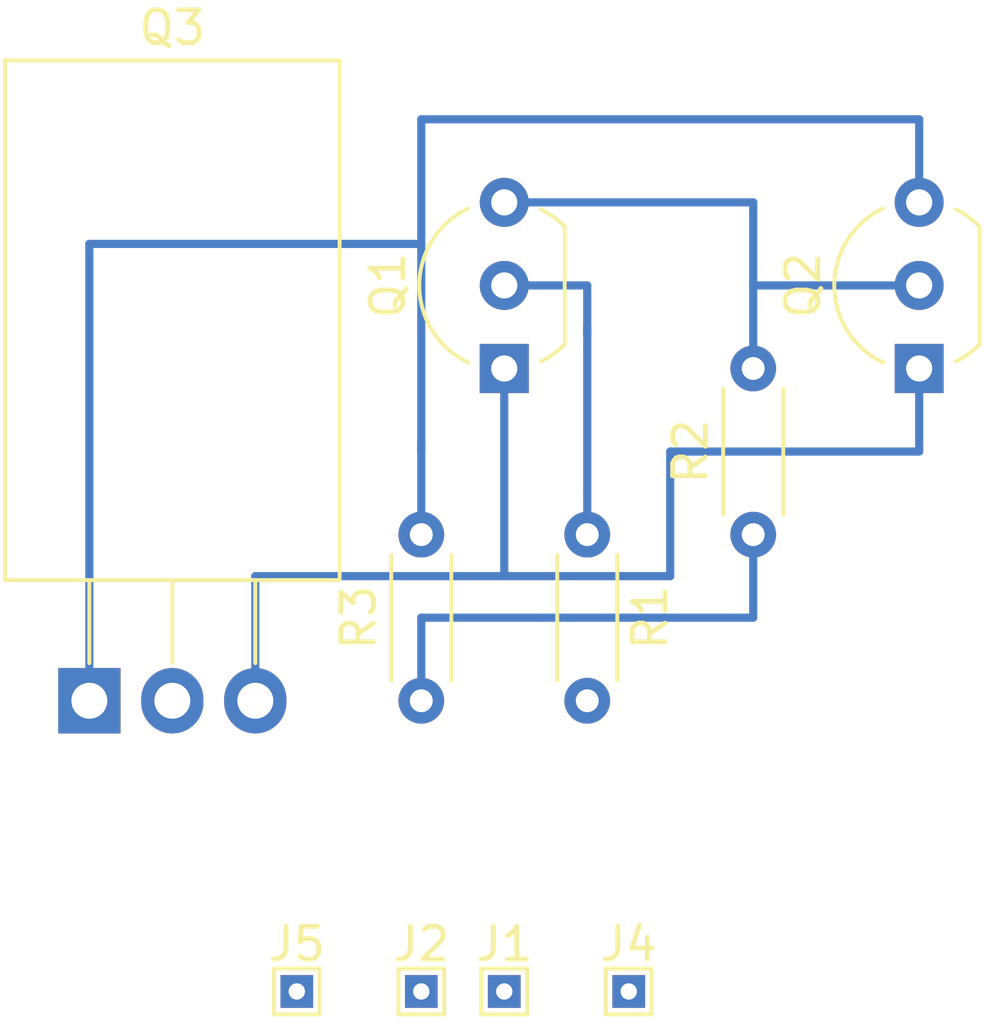
<source format=kicad_pcb>
(kicad_pcb (version 20171130) (host pcbnew "(5.0.2)-1")

  (general
    (thickness 1.6)
    (drawings 0)
    (tracks 27)
    (zones 0)
    (modules 10)
    (nets 8)
  )

  (page A4)
  (layers
    (0 F.Cu signal)
    (31 B.Cu signal)
    (32 B.Adhes user)
    (33 F.Adhes user)
    (34 B.Paste user)
    (35 F.Paste user)
    (36 B.SilkS user)
    (37 F.SilkS user)
    (38 B.Mask user)
    (39 F.Mask user)
    (40 Dwgs.User user)
    (41 Cmts.User user)
    (42 Eco1.User user)
    (43 Eco2.User user)
    (44 Edge.Cuts user)
    (45 Margin user)
    (46 B.CrtYd user)
    (47 F.CrtYd user)
    (48 B.Fab user)
    (49 F.Fab user hide)
  )

  (setup
    (last_trace_width 0.25)
    (trace_clearance 0.2)
    (zone_clearance 0.508)
    (zone_45_only no)
    (trace_min 0.2)
    (segment_width 0.2)
    (edge_width 0.15)
    (via_size 0.8)
    (via_drill 0.4)
    (via_min_size 0.4)
    (via_min_drill 0.3)
    (uvia_size 0.3)
    (uvia_drill 0.1)
    (uvias_allowed no)
    (uvia_min_size 0.2)
    (uvia_min_drill 0.1)
    (pcb_text_width 0.3)
    (pcb_text_size 1.5 1.5)
    (mod_edge_width 0.15)
    (mod_text_size 1 1)
    (mod_text_width 0.15)
    (pad_size 1.524 1.524)
    (pad_drill 0.762)
    (pad_to_mask_clearance 0.051)
    (solder_mask_min_width 0.25)
    (aux_axis_origin 0 0)
    (visible_elements 7FFFFFFF)
    (pcbplotparams
      (layerselection 0x010fc_ffffffff)
      (usegerberextensions false)
      (usegerberattributes false)
      (usegerberadvancedattributes false)
      (creategerberjobfile false)
      (excludeedgelayer true)
      (linewidth 0.100000)
      (plotframeref false)
      (viasonmask false)
      (mode 1)
      (useauxorigin false)
      (hpglpennumber 1)
      (hpglpenspeed 20)
      (hpglpendiameter 15.000000)
      (psnegative false)
      (psa4output false)
      (plotreference true)
      (plotvalue true)
      (plotinvisibletext false)
      (padsonsilk false)
      (subtractmaskfromsilk false)
      (outputformat 1)
      (mirror false)
      (drillshape 1)
      (scaleselection 1)
      (outputdirectory ""))
  )

  (net 0 "")
  (net 1 GND)
  (net 2 "Net-(Q1-Pad3)")
  (net 3 "Net-(Q1-Pad2)")
  (net 4 "Net-(Q2-Pad3)")
  (net 5 12v)
  (net 6 Ctrl)
  (net 7 Out)

  (net_class Default "This is the default net class."
    (clearance 0.2)
    (trace_width 0.25)
    (via_dia 0.8)
    (via_drill 0.4)
    (uvia_dia 0.3)
    (uvia_drill 0.1)
    (add_net 12v)
    (add_net Ctrl)
    (add_net GND)
    (add_net "Net-(Q1-Pad2)")
    (add_net "Net-(Q1-Pad3)")
    (add_net "Net-(Q2-Pad3)")
    (add_net Out)
  )

  (module Package_TO_SOT_THT:TO-92_Inline_Wide (layer F.Cu) (tedit 5A02FF81) (tstamp 5DD89E75)
    (at 116.84 71.12 90)
    (descr "TO-92 leads in-line, wide, drill 0.75mm (see NXP sot054_po.pdf)")
    (tags "to-92 sc-43 sc-43a sot54 PA33 transistor")
    (path /5DCACC0A)
    (fp_text reference Q1 (at 2.54 -3.56 90) (layer F.SilkS)
      (effects (font (size 1 1) (thickness 0.15)))
    )
    (fp_text value 2N3904 (at 2.54 2.79 90) (layer F.Fab)
      (effects (font (size 1 1) (thickness 0.15)))
    )
    (fp_arc (start 2.54 0) (end 4.34 1.85) (angle -20) (layer F.SilkS) (width 0.12))
    (fp_arc (start 2.54 0) (end 2.54 -2.48) (angle -135) (layer F.Fab) (width 0.1))
    (fp_arc (start 2.54 0) (end 2.54 -2.48) (angle 135) (layer F.Fab) (width 0.1))
    (fp_arc (start 2.54 0) (end 2.54 -2.6) (angle 65) (layer F.SilkS) (width 0.12))
    (fp_arc (start 2.54 0) (end 2.54 -2.6) (angle -65) (layer F.SilkS) (width 0.12))
    (fp_arc (start 2.54 0) (end 0.74 1.85) (angle 20) (layer F.SilkS) (width 0.12))
    (fp_line (start 6.09 2.01) (end -1.01 2.01) (layer F.CrtYd) (width 0.05))
    (fp_line (start 6.09 2.01) (end 6.09 -2.73) (layer F.CrtYd) (width 0.05))
    (fp_line (start -1.01 -2.73) (end -1.01 2.01) (layer F.CrtYd) (width 0.05))
    (fp_line (start -1.01 -2.73) (end 6.09 -2.73) (layer F.CrtYd) (width 0.05))
    (fp_line (start 0.8 1.75) (end 4.3 1.75) (layer F.Fab) (width 0.1))
    (fp_line (start 0.74 1.85) (end 4.34 1.85) (layer F.SilkS) (width 0.12))
    (fp_text user %R (at 2.54 -3.56 90) (layer F.Fab)
      (effects (font (size 1 1) (thickness 0.15)))
    )
    (pad 1 thru_hole rect (at 0 0 180) (size 1.5 1.5) (drill 0.8) (layers *.Cu *.Mask)
      (net 1 GND))
    (pad 3 thru_hole circle (at 5.08 0 180) (size 1.5 1.5) (drill 0.8) (layers *.Cu *.Mask)
      (net 2 "Net-(Q1-Pad3)"))
    (pad 2 thru_hole circle (at 2.54 0 180) (size 1.5 1.5) (drill 0.8) (layers *.Cu *.Mask)
      (net 3 "Net-(Q1-Pad2)"))
    (model ${KISYS3DMOD}/Package_TO_SOT_THT.3dshapes/TO-92_Inline_Wide.wrl
      (at (xyz 0 0 0))
      (scale (xyz 1 1 1))
      (rotate (xyz 0 0 0))
    )
  )

  (module Package_TO_SOT_THT:TO-92_Inline_Wide (layer F.Cu) (tedit 5A02FF81) (tstamp 5DD89E87)
    (at 129.54 71.12 90)
    (descr "TO-92 leads in-line, wide, drill 0.75mm (see NXP sot054_po.pdf)")
    (tags "to-92 sc-43 sc-43a sot54 PA33 transistor")
    (path /5DCACBC2)
    (fp_text reference Q2 (at 2.54 -3.56 90) (layer F.SilkS)
      (effects (font (size 1 1) (thickness 0.15)))
    )
    (fp_text value 2N3904 (at 2.54 2.79 90) (layer F.Fab)
      (effects (font (size 1 1) (thickness 0.15)))
    )
    (fp_arc (start 2.54 0) (end 4.34 1.85) (angle -20) (layer F.SilkS) (width 0.12))
    (fp_arc (start 2.54 0) (end 2.54 -2.48) (angle -135) (layer F.Fab) (width 0.1))
    (fp_arc (start 2.54 0) (end 2.54 -2.48) (angle 135) (layer F.Fab) (width 0.1))
    (fp_arc (start 2.54 0) (end 2.54 -2.6) (angle 65) (layer F.SilkS) (width 0.12))
    (fp_arc (start 2.54 0) (end 2.54 -2.6) (angle -65) (layer F.SilkS) (width 0.12))
    (fp_arc (start 2.54 0) (end 0.74 1.85) (angle 20) (layer F.SilkS) (width 0.12))
    (fp_line (start 6.09 2.01) (end -1.01 2.01) (layer F.CrtYd) (width 0.05))
    (fp_line (start 6.09 2.01) (end 6.09 -2.73) (layer F.CrtYd) (width 0.05))
    (fp_line (start -1.01 -2.73) (end -1.01 2.01) (layer F.CrtYd) (width 0.05))
    (fp_line (start -1.01 -2.73) (end 6.09 -2.73) (layer F.CrtYd) (width 0.05))
    (fp_line (start 0.8 1.75) (end 4.3 1.75) (layer F.Fab) (width 0.1))
    (fp_line (start 0.74 1.85) (end 4.34 1.85) (layer F.SilkS) (width 0.12))
    (fp_text user %R (at 2.54 -3.56 90) (layer F.Fab)
      (effects (font (size 1 1) (thickness 0.15)))
    )
    (pad 1 thru_hole rect (at 0 0 180) (size 1.5 1.5) (drill 0.8) (layers *.Cu *.Mask)
      (net 1 GND))
    (pad 3 thru_hole circle (at 5.08 0 180) (size 1.5 1.5) (drill 0.8) (layers *.Cu *.Mask)
      (net 4 "Net-(Q2-Pad3)"))
    (pad 2 thru_hole circle (at 2.54 0 180) (size 1.5 1.5) (drill 0.8) (layers *.Cu *.Mask)
      (net 2 "Net-(Q1-Pad3)"))
    (model ${KISYS3DMOD}/Package_TO_SOT_THT.3dshapes/TO-92_Inline_Wide.wrl
      (at (xyz 0 0 0))
      (scale (xyz 1 1 1))
      (rotate (xyz 0 0 0))
    )
  )

  (module Package_TO_SOT_THT:TO-220-3_Horizontal_TabDown (layer F.Cu) (tedit 5AC8BA0D) (tstamp 5DD89EA1)
    (at 104.14 81.28)
    (descr "TO-220-3, Horizontal, RM 2.54mm, see https://www.vishay.com/docs/66542/to-220-1.pdf")
    (tags "TO-220-3 Horizontal RM 2.54mm")
    (path /5DCACAFA)
    (fp_text reference Q3 (at 2.54 -20.58) (layer F.SilkS)
      (effects (font (size 1 1) (thickness 0.15)))
    )
    (fp_text value IRF540N (at 2.54 2) (layer F.Fab)
      (effects (font (size 1 1) (thickness 0.15)))
    )
    (fp_text user %R (at 2.54 -20.58) (layer F.Fab)
      (effects (font (size 1 1) (thickness 0.15)))
    )
    (fp_line (start 7.79 -19.71) (end -2.71 -19.71) (layer F.CrtYd) (width 0.05))
    (fp_line (start 7.79 1.25) (end 7.79 -19.71) (layer F.CrtYd) (width 0.05))
    (fp_line (start -2.71 1.25) (end 7.79 1.25) (layer F.CrtYd) (width 0.05))
    (fp_line (start -2.71 -19.71) (end -2.71 1.25) (layer F.CrtYd) (width 0.05))
    (fp_line (start 5.08 -3.69) (end 5.08 -1.15) (layer F.SilkS) (width 0.12))
    (fp_line (start 2.54 -3.69) (end 2.54 -1.15) (layer F.SilkS) (width 0.12))
    (fp_line (start 0 -3.69) (end 0 -1.15) (layer F.SilkS) (width 0.12))
    (fp_line (start 7.66 -19.58) (end 7.66 -3.69) (layer F.SilkS) (width 0.12))
    (fp_line (start -2.58 -19.58) (end -2.58 -3.69) (layer F.SilkS) (width 0.12))
    (fp_line (start -2.58 -19.58) (end 7.66 -19.58) (layer F.SilkS) (width 0.12))
    (fp_line (start -2.58 -3.69) (end 7.66 -3.69) (layer F.SilkS) (width 0.12))
    (fp_line (start 5.08 -3.81) (end 5.08 0) (layer F.Fab) (width 0.1))
    (fp_line (start 2.54 -3.81) (end 2.54 0) (layer F.Fab) (width 0.1))
    (fp_line (start 0 -3.81) (end 0 0) (layer F.Fab) (width 0.1))
    (fp_line (start 7.54 -3.81) (end -2.46 -3.81) (layer F.Fab) (width 0.1))
    (fp_line (start 7.54 -13.06) (end 7.54 -3.81) (layer F.Fab) (width 0.1))
    (fp_line (start -2.46 -13.06) (end 7.54 -13.06) (layer F.Fab) (width 0.1))
    (fp_line (start -2.46 -3.81) (end -2.46 -13.06) (layer F.Fab) (width 0.1))
    (fp_line (start 7.54 -13.06) (end -2.46 -13.06) (layer F.Fab) (width 0.1))
    (fp_line (start 7.54 -19.46) (end 7.54 -13.06) (layer F.Fab) (width 0.1))
    (fp_line (start -2.46 -19.46) (end 7.54 -19.46) (layer F.Fab) (width 0.1))
    (fp_line (start -2.46 -13.06) (end -2.46 -19.46) (layer F.Fab) (width 0.1))
    (fp_circle (center 2.54 -16.66) (end 4.39 -16.66) (layer F.Fab) (width 0.1))
    (pad 3 thru_hole oval (at 5.08 0) (size 1.905 2) (drill 1.1) (layers *.Cu *.Mask)
      (net 1 GND))
    (pad 2 thru_hole oval (at 2.54 0) (size 1.905 2) (drill 1.1) (layers *.Cu *.Mask)
      (net 7 Out))
    (pad 1 thru_hole rect (at 0 0) (size 1.905 2) (drill 1.1) (layers *.Cu *.Mask)
      (net 4 "Net-(Q2-Pad3)"))
    (pad "" np_thru_hole oval (at 2.54 -16.66) (size 3.5 3.5) (drill 3.5) (layers *.Cu *.Mask))
    (model ${KISYS3DMOD}/Package_TO_SOT_THT.3dshapes/TO-220-3_Horizontal_TabDown.wrl
      (at (xyz 0 0 0))
      (scale (xyz 1 1 1))
      (rotate (xyz 0 0 0))
    )
  )

  (module TestPoint:TestPoint_THTPad_1.0x1.0mm_Drill0.5mm (layer F.Cu) (tedit 5DCC1A21) (tstamp 5DD8C347)
    (at 116.84 90.17)
    (descr "THT rectangular pad as test Point, square 1.0mm side length, hole diameter 0.5mm")
    (tags "test point THT pad rectangle square")
    (path /5DCACE04)
    (attr virtual)
    (fp_text reference J1 (at 0 -1.448) (layer F.SilkS)
      (effects (font (size 1 1) (thickness 0.15)))
    )
    (fp_text value 12V (at 0 1.55) (layer F.Fab)
      (effects (font (size 1 1) (thickness 0.15)))
    )
    (fp_text user %R (at 0 -1.45) (layer F.Fab)
      (effects (font (size 1 1) (thickness 0.15)))
    )
    (fp_line (start -0.7 -0.7) (end 0.7 -0.7) (layer F.SilkS) (width 0.12))
    (fp_line (start 0.7 -0.7) (end 0.7 0.7) (layer F.SilkS) (width 0.12))
    (fp_line (start 0.7 0.7) (end -0.7 0.7) (layer F.SilkS) (width 0.12))
    (fp_line (start -0.7 0.7) (end -0.7 -0.7) (layer F.SilkS) (width 0.12))
    (fp_line (start -1 -1) (end 1 -1) (layer F.CrtYd) (width 0.05))
    (fp_line (start -1 -1) (end -1 1) (layer F.CrtYd) (width 0.05))
    (fp_line (start 1 1) (end 1 -1) (layer F.CrtYd) (width 0.05))
    (fp_line (start 1 1) (end -1 1) (layer F.CrtYd) (width 0.05))
    (pad 1 thru_hole rect (at 0 0) (size 1 1) (drill 0.5) (layers *.Cu *.Mask)
      (net 5 12v))
  )

  (module TestPoint:TestPoint_THTPad_1.0x1.0mm_Drill0.5mm (layer F.Cu) (tedit 5DCC1A6A) (tstamp 5DD89E39)
    (at 114.3 90.17)
    (descr "THT rectangular pad as test Point, square 1.0mm side length, hole diameter 0.5mm")
    (tags "test point THT pad rectangle square")
    (path /5DCACE50)
    (attr virtual)
    (fp_text reference J2 (at 0 -1.448) (layer F.SilkS)
      (effects (font (size 1 1) (thickness 0.15)))
    )
    (fp_text value GND (at 0 1.55) (layer F.Fab)
      (effects (font (size 1 1) (thickness 0.15)))
    )
    (fp_line (start 1 1) (end -1 1) (layer F.CrtYd) (width 0.05))
    (fp_line (start 1 1) (end 1 -1) (layer F.CrtYd) (width 0.05))
    (fp_line (start -1 -1) (end -1 1) (layer F.CrtYd) (width 0.05))
    (fp_line (start -1 -1) (end 1 -1) (layer F.CrtYd) (width 0.05))
    (fp_line (start -0.7 0.7) (end -0.7 -0.7) (layer F.SilkS) (width 0.12))
    (fp_line (start 0.7 0.7) (end -0.7 0.7) (layer F.SilkS) (width 0.12))
    (fp_line (start 0.7 -0.7) (end 0.7 0.7) (layer F.SilkS) (width 0.12))
    (fp_line (start -0.7 -0.7) (end 0.7 -0.7) (layer F.SilkS) (width 0.12))
    (fp_text user %R (at 0 -1.45) (layer F.Fab)
      (effects (font (size 1 1) (thickness 0.15)))
    )
    (pad 1 thru_hole rect (at 0 0) (size 1 1) (drill 0.5) (layers *.Cu *.Mask)
      (net 1 GND))
  )

  (module TestPoint:TestPoint_THTPad_1.0x1.0mm_Drill0.5mm (layer F.Cu) (tedit 5DCC1A4D) (tstamp 5DD89E55)
    (at 120.65 90.17)
    (descr "THT rectangular pad as test Point, square 1.0mm side length, hole diameter 0.5mm")
    (tags "test point THT pad rectangle square")
    (path /5DCACECC)
    (attr virtual)
    (fp_text reference J4 (at 0 -1.448) (layer F.SilkS)
      (effects (font (size 1 1) (thickness 0.15)))
    )
    (fp_text value CTRL (at 0 1.55) (layer F.Fab)
      (effects (font (size 1 1) (thickness 0.15)))
    )
    (fp_line (start 1 1) (end -1 1) (layer F.CrtYd) (width 0.05))
    (fp_line (start 1 1) (end 1 -1) (layer F.CrtYd) (width 0.05))
    (fp_line (start -1 -1) (end -1 1) (layer F.CrtYd) (width 0.05))
    (fp_line (start -1 -1) (end 1 -1) (layer F.CrtYd) (width 0.05))
    (fp_line (start -0.7 0.7) (end -0.7 -0.7) (layer F.SilkS) (width 0.12))
    (fp_line (start 0.7 0.7) (end -0.7 0.7) (layer F.SilkS) (width 0.12))
    (fp_line (start 0.7 -0.7) (end 0.7 0.7) (layer F.SilkS) (width 0.12))
    (fp_line (start -0.7 -0.7) (end 0.7 -0.7) (layer F.SilkS) (width 0.12))
    (fp_text user %R (at 0 -1.45) (layer F.Fab)
      (effects (font (size 1 1) (thickness 0.15)))
    )
    (pad 1 thru_hole rect (at 0 0) (size 1 1) (drill 0.5) (layers *.Cu *.Mask)
      (net 6 Ctrl))
  )

  (module TestPoint:TestPoint_THTPad_1.0x1.0mm_Drill0.5mm (layer F.Cu) (tedit 5DCC1A78) (tstamp 5DD8C3FD)
    (at 110.49 90.17)
    (descr "THT rectangular pad as test Point, square 1.0mm side length, hole diameter 0.5mm")
    (tags "test point THT pad rectangle square")
    (path /5DCACF0C)
    (attr virtual)
    (fp_text reference J5 (at 0 -1.448) (layer F.SilkS)
      (effects (font (size 1 1) (thickness 0.15)))
    )
    (fp_text value OUT (at 0 1.55) (layer F.Fab)
      (effects (font (size 1 1) (thickness 0.15)))
    )
    (fp_text user %R (at 0 -1.45) (layer F.Fab)
      (effects (font (size 1 1) (thickness 0.15)))
    )
    (fp_line (start -0.7 -0.7) (end 0.7 -0.7) (layer F.SilkS) (width 0.12))
    (fp_line (start 0.7 -0.7) (end 0.7 0.7) (layer F.SilkS) (width 0.12))
    (fp_line (start 0.7 0.7) (end -0.7 0.7) (layer F.SilkS) (width 0.12))
    (fp_line (start -0.7 0.7) (end -0.7 -0.7) (layer F.SilkS) (width 0.12))
    (fp_line (start -1 -1) (end 1 -1) (layer F.CrtYd) (width 0.05))
    (fp_line (start -1 -1) (end -1 1) (layer F.CrtYd) (width 0.05))
    (fp_line (start 1 1) (end 1 -1) (layer F.CrtYd) (width 0.05))
    (fp_line (start 1 1) (end -1 1) (layer F.CrtYd) (width 0.05))
    (pad 1 thru_hole rect (at 0 0) (size 1 1) (drill 0.5) (layers *.Cu *.Mask)
      (net 7 Out))
  )

  (module Resistor_THT:R_Axial_DIN0204_L3.6mm_D1.6mm_P5.08mm_Horizontal (layer F.Cu) (tedit 5AE5139B) (tstamp 5DD89EB4)
    (at 119.38 76.2 270)
    (descr "Resistor, Axial_DIN0204 series, Axial, Horizontal, pin pitch=5.08mm, 0.167W, length*diameter=3.6*1.6mm^2, http://cdn-reichelt.de/documents/datenblatt/B400/1_4W%23YAG.pdf")
    (tags "Resistor Axial_DIN0204 series Axial Horizontal pin pitch 5.08mm 0.167W length 3.6mm diameter 1.6mm")
    (path /5DCACCDE)
    (fp_text reference R1 (at 2.54 -1.92 270) (layer F.SilkS)
      (effects (font (size 1 1) (thickness 0.15)))
    )
    (fp_text value 200 (at 2.54 1.92 270) (layer F.Fab)
      (effects (font (size 1 1) (thickness 0.15)))
    )
    (fp_line (start 0.74 -0.8) (end 0.74 0.8) (layer F.Fab) (width 0.1))
    (fp_line (start 0.74 0.8) (end 4.34 0.8) (layer F.Fab) (width 0.1))
    (fp_line (start 4.34 0.8) (end 4.34 -0.8) (layer F.Fab) (width 0.1))
    (fp_line (start 4.34 -0.8) (end 0.74 -0.8) (layer F.Fab) (width 0.1))
    (fp_line (start 0 0) (end 0.74 0) (layer F.Fab) (width 0.1))
    (fp_line (start 5.08 0) (end 4.34 0) (layer F.Fab) (width 0.1))
    (fp_line (start 0.62 -0.92) (end 4.46 -0.92) (layer F.SilkS) (width 0.12))
    (fp_line (start 0.62 0.92) (end 4.46 0.92) (layer F.SilkS) (width 0.12))
    (fp_line (start -0.95 -1.05) (end -0.95 1.05) (layer F.CrtYd) (width 0.05))
    (fp_line (start -0.95 1.05) (end 6.03 1.05) (layer F.CrtYd) (width 0.05))
    (fp_line (start 6.03 1.05) (end 6.03 -1.05) (layer F.CrtYd) (width 0.05))
    (fp_line (start 6.03 -1.05) (end -0.95 -1.05) (layer F.CrtYd) (width 0.05))
    (fp_text user %R (at 2.54 0 270) (layer F.Fab)
      (effects (font (size 0.72 0.72) (thickness 0.108)))
    )
    (pad 1 thru_hole circle (at 0 0 270) (size 1.4 1.4) (drill 0.7) (layers *.Cu *.Mask)
      (net 3 "Net-(Q1-Pad2)"))
    (pad 2 thru_hole oval (at 5.08 0 270) (size 1.4 1.4) (drill 0.7) (layers *.Cu *.Mask)
      (net 6 Ctrl))
    (model ${KISYS3DMOD}/Resistor_THT.3dshapes/R_Axial_DIN0204_L3.6mm_D1.6mm_P5.08mm_Horizontal.wrl
      (at (xyz 0 0 0))
      (scale (xyz 1 1 1))
      (rotate (xyz 0 0 0))
    )
  )

  (module Resistor_THT:R_Axial_DIN0204_L3.6mm_D1.6mm_P5.08mm_Horizontal (layer F.Cu) (tedit 5AE5139B) (tstamp 5DD89EC7)
    (at 124.46 76.2 90)
    (descr "Resistor, Axial_DIN0204 series, Axial, Horizontal, pin pitch=5.08mm, 0.167W, length*diameter=3.6*1.6mm^2, http://cdn-reichelt.de/documents/datenblatt/B400/1_4W%23YAG.pdf")
    (tags "Resistor Axial_DIN0204 series Axial Horizontal pin pitch 5.08mm 0.167W length 3.6mm diameter 1.6mm")
    (path /5DCACCAC)
    (fp_text reference R2 (at 2.54 -1.92 90) (layer F.SilkS)
      (effects (font (size 1 1) (thickness 0.15)))
    )
    (fp_text value 1k (at 2.54 1.92 90) (layer F.Fab)
      (effects (font (size 1 1) (thickness 0.15)))
    )
    (fp_line (start 0.74 -0.8) (end 0.74 0.8) (layer F.Fab) (width 0.1))
    (fp_line (start 0.74 0.8) (end 4.34 0.8) (layer F.Fab) (width 0.1))
    (fp_line (start 4.34 0.8) (end 4.34 -0.8) (layer F.Fab) (width 0.1))
    (fp_line (start 4.34 -0.8) (end 0.74 -0.8) (layer F.Fab) (width 0.1))
    (fp_line (start 0 0) (end 0.74 0) (layer F.Fab) (width 0.1))
    (fp_line (start 5.08 0) (end 4.34 0) (layer F.Fab) (width 0.1))
    (fp_line (start 0.62 -0.92) (end 4.46 -0.92) (layer F.SilkS) (width 0.12))
    (fp_line (start 0.62 0.92) (end 4.46 0.92) (layer F.SilkS) (width 0.12))
    (fp_line (start -0.95 -1.05) (end -0.95 1.05) (layer F.CrtYd) (width 0.05))
    (fp_line (start -0.95 1.05) (end 6.03 1.05) (layer F.CrtYd) (width 0.05))
    (fp_line (start 6.03 1.05) (end 6.03 -1.05) (layer F.CrtYd) (width 0.05))
    (fp_line (start 6.03 -1.05) (end -0.95 -1.05) (layer F.CrtYd) (width 0.05))
    (fp_text user %R (at 2.54 0 90) (layer F.Fab)
      (effects (font (size 0.72 0.72) (thickness 0.108)))
    )
    (pad 1 thru_hole circle (at 0 0 90) (size 1.4 1.4) (drill 0.7) (layers *.Cu *.Mask)
      (net 5 12v))
    (pad 2 thru_hole oval (at 5.08 0 90) (size 1.4 1.4) (drill 0.7) (layers *.Cu *.Mask)
      (net 2 "Net-(Q1-Pad3)"))
    (model ${KISYS3DMOD}/Resistor_THT.3dshapes/R_Axial_DIN0204_L3.6mm_D1.6mm_P5.08mm_Horizontal.wrl
      (at (xyz 0 0 0))
      (scale (xyz 1 1 1))
      (rotate (xyz 0 0 0))
    )
  )

  (module Resistor_THT:R_Axial_DIN0204_L3.6mm_D1.6mm_P5.08mm_Horizontal (layer F.Cu) (tedit 5AE5139B) (tstamp 5DD89EDA)
    (at 114.3 81.28 90)
    (descr "Resistor, Axial_DIN0204 series, Axial, Horizontal, pin pitch=5.08mm, 0.167W, length*diameter=3.6*1.6mm^2, http://cdn-reichelt.de/documents/datenblatt/B400/1_4W%23YAG.pdf")
    (tags "Resistor Axial_DIN0204 series Axial Horizontal pin pitch 5.08mm 0.167W length 3.6mm diameter 1.6mm")
    (path /5DCACC54)
    (fp_text reference R3 (at 2.54 -1.92 90) (layer F.SilkS)
      (effects (font (size 1 1) (thickness 0.15)))
    )
    (fp_text value 500 (at 2.54 1.92 90) (layer F.Fab)
      (effects (font (size 1 1) (thickness 0.15)))
    )
    (fp_line (start 0.74 -0.8) (end 0.74 0.8) (layer F.Fab) (width 0.1))
    (fp_line (start 0.74 0.8) (end 4.34 0.8) (layer F.Fab) (width 0.1))
    (fp_line (start 4.34 0.8) (end 4.34 -0.8) (layer F.Fab) (width 0.1))
    (fp_line (start 4.34 -0.8) (end 0.74 -0.8) (layer F.Fab) (width 0.1))
    (fp_line (start 0 0) (end 0.74 0) (layer F.Fab) (width 0.1))
    (fp_line (start 5.08 0) (end 4.34 0) (layer F.Fab) (width 0.1))
    (fp_line (start 0.62 -0.92) (end 4.46 -0.92) (layer F.SilkS) (width 0.12))
    (fp_line (start 0.62 0.92) (end 4.46 0.92) (layer F.SilkS) (width 0.12))
    (fp_line (start -0.95 -1.05) (end -0.95 1.05) (layer F.CrtYd) (width 0.05))
    (fp_line (start -0.95 1.05) (end 6.03 1.05) (layer F.CrtYd) (width 0.05))
    (fp_line (start 6.03 1.05) (end 6.03 -1.05) (layer F.CrtYd) (width 0.05))
    (fp_line (start 6.03 -1.05) (end -0.95 -1.05) (layer F.CrtYd) (width 0.05))
    (fp_text user %R (at 2.54 0 90) (layer F.Fab)
      (effects (font (size 0.72 0.72) (thickness 0.108)))
    )
    (pad 1 thru_hole circle (at 0 0 90) (size 1.4 1.4) (drill 0.7) (layers *.Cu *.Mask)
      (net 5 12v))
    (pad 2 thru_hole oval (at 5.08 0 90) (size 1.4 1.4) (drill 0.7) (layers *.Cu *.Mask)
      (net 4 "Net-(Q2-Pad3)"))
    (model ${KISYS3DMOD}/Resistor_THT.3dshapes/R_Axial_DIN0204_L3.6mm_D1.6mm_P5.08mm_Horizontal.wrl
      (at (xyz 0 0 0))
      (scale (xyz 1 1 1))
      (rotate (xyz 0 0 0))
    )
  )

  (segment (start 109.22 81.28) (end 109.22 77.47) (width 0.25) (layer B.Cu) (net 1))
  (segment (start 109.22 77.47) (end 116.84 77.47) (width 0.25) (layer B.Cu) (net 1))
  (segment (start 121.92 77.47) (end 121.92 73.66) (width 0.25) (layer B.Cu) (net 1))
  (segment (start 116.84 77.47) (end 121.92 77.47) (width 0.25) (layer B.Cu) (net 1))
  (segment (start 129.54 71.12) (end 129.54 73.66) (width 0.25) (layer B.Cu) (net 1))
  (segment (start 121.92 73.66) (end 129.54 73.66) (width 0.25) (layer B.Cu) (net 1))
  (segment (start 116.84 77.47) (end 116.84 71.12) (width 0.25) (layer B.Cu) (net 1))
  (segment (start 116.84 66.04) (end 124.46 66.04) (width 0.25) (layer B.Cu) (net 2))
  (segment (start 129.54 68.58) (end 124.46 68.58) (width 0.25) (layer B.Cu) (net 2))
  (segment (start 124.46 66.04) (end 124.46 68.58) (width 0.25) (layer B.Cu) (net 2))
  (segment (start 124.46 68.58) (end 124.46 71.12) (width 0.25) (layer B.Cu) (net 2))
  (segment (start 119.38 76.2) (end 119.38 74.93) (width 0.25) (layer B.Cu) (net 3))
  (segment (start 116.84 68.58) (end 119.38 68.58) (width 0.25) (layer B.Cu) (net 3))
  (segment (start 119.38 68.58) (end 119.38 70.104) (width 0.25) (layer B.Cu) (net 3))
  (segment (start 119.38 74.93) (end 119.38 70.104) (width 0.25) (layer B.Cu) (net 3))
  (segment (start 119.38 70.104) (end 119.38 69.85) (width 0.25) (layer B.Cu) (net 3))
  (segment (start 104.14 67.31) (end 104.14 81.28) (width 0.25) (layer B.Cu) (net 4))
  (segment (start 114.3 67.31) (end 104.14 67.31) (width 0.25) (layer B.Cu) (net 4))
  (segment (start 114.3 67.31) (end 114.3 63.5) (width 0.25) (layer B.Cu) (net 4))
  (segment (start 114.3 63.5) (end 129.54 63.5) (width 0.25) (layer B.Cu) (net 4))
  (segment (start 129.54 63.5) (end 129.54 66.04) (width 0.25) (layer B.Cu) (net 4))
  (segment (start 114.3 76.2) (end 114.3 73.406) (width 0.25) (layer B.Cu) (net 4))
  (segment (start 114.3 73.66) (end 114.3 73.406) (width 0.25) (layer B.Cu) (net 4))
  (segment (start 114.3 73.406) (end 114.3 67.31) (width 0.25) (layer B.Cu) (net 4))
  (segment (start 114.3 78.74) (end 114.3 81.28) (width 0.25) (layer B.Cu) (net 5))
  (segment (start 124.46 76.2) (end 124.46 78.74) (width 0.25) (layer B.Cu) (net 5))
  (segment (start 124.46 78.74) (end 114.3 78.74) (width 0.25) (layer B.Cu) (net 5))

)

</source>
